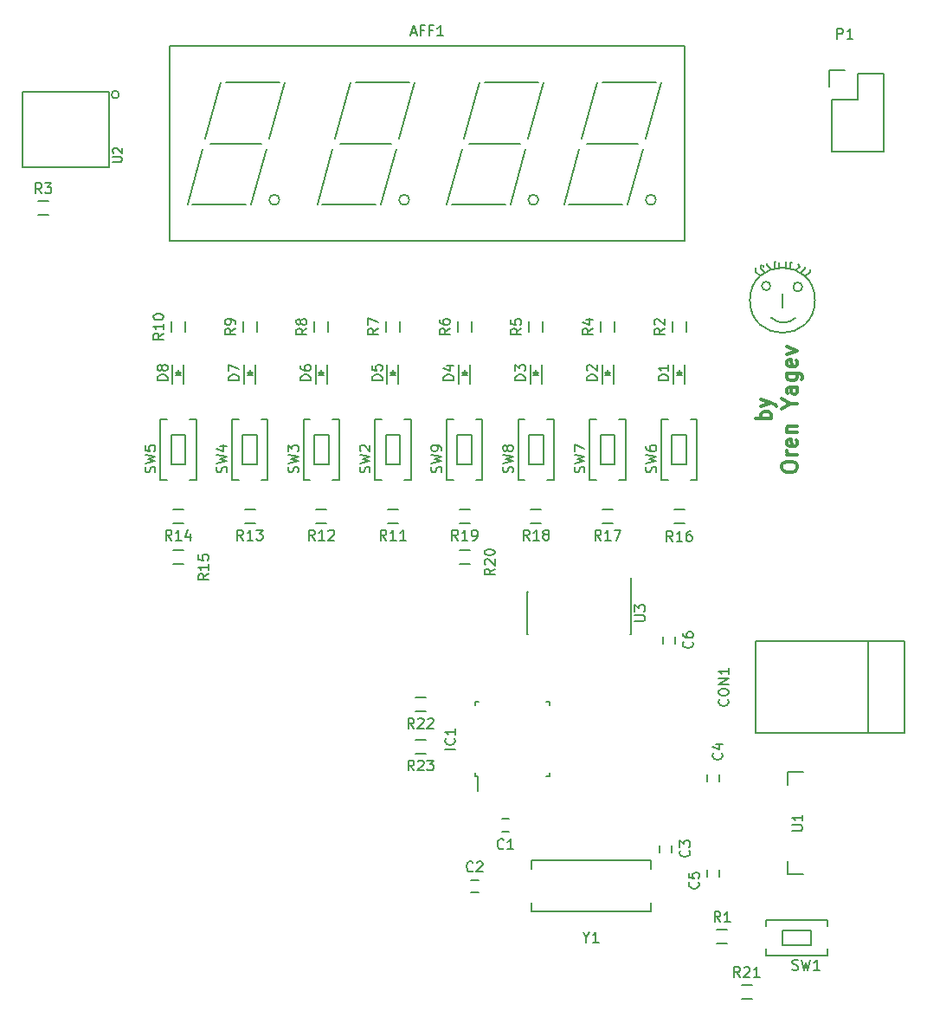
<source format=gto>
G04 #@! TF.FileFunction,Legend,Top*
%FSLAX46Y46*%
G04 Gerber Fmt 4.6, Leading zero omitted, Abs format (unit mm)*
G04 Created by KiCad (PCBNEW 4.0.4-stable) date 11/18/16 12:36:53*
%MOMM*%
%LPD*%
G01*
G04 APERTURE LIST*
%ADD10C,0.100000*%
%ADD11C,0.300000*%
%ADD12C,0.200000*%
%ADD13C,0.150000*%
%ADD14C,0.152400*%
G04 APERTURE END LIST*
D10*
D11*
X165003571Y-84792857D02*
X163503571Y-84792857D01*
X164075000Y-84792857D02*
X164003571Y-84650000D01*
X164003571Y-84364286D01*
X164075000Y-84221429D01*
X164146429Y-84150000D01*
X164289286Y-84078571D01*
X164717857Y-84078571D01*
X164860714Y-84150000D01*
X164932143Y-84221429D01*
X165003571Y-84364286D01*
X165003571Y-84650000D01*
X164932143Y-84792857D01*
X164003571Y-83578571D02*
X165003571Y-83221428D01*
X164003571Y-82864286D02*
X165003571Y-83221428D01*
X165360714Y-83364286D01*
X165432143Y-83435714D01*
X165503571Y-83578571D01*
X166053571Y-89614285D02*
X166053571Y-89328571D01*
X166125000Y-89185713D01*
X166267857Y-89042856D01*
X166553571Y-88971428D01*
X167053571Y-88971428D01*
X167339286Y-89042856D01*
X167482143Y-89185713D01*
X167553571Y-89328571D01*
X167553571Y-89614285D01*
X167482143Y-89757142D01*
X167339286Y-89899999D01*
X167053571Y-89971428D01*
X166553571Y-89971428D01*
X166267857Y-89899999D01*
X166125000Y-89757142D01*
X166053571Y-89614285D01*
X167553571Y-88328570D02*
X166553571Y-88328570D01*
X166839286Y-88328570D02*
X166696429Y-88257142D01*
X166625000Y-88185713D01*
X166553571Y-88042856D01*
X166553571Y-87899999D01*
X167482143Y-86828571D02*
X167553571Y-86971428D01*
X167553571Y-87257142D01*
X167482143Y-87399999D01*
X167339286Y-87471428D01*
X166767857Y-87471428D01*
X166625000Y-87399999D01*
X166553571Y-87257142D01*
X166553571Y-86971428D01*
X166625000Y-86828571D01*
X166767857Y-86757142D01*
X166910714Y-86757142D01*
X167053571Y-87471428D01*
X166553571Y-86114285D02*
X167553571Y-86114285D01*
X166696429Y-86114285D02*
X166625000Y-86042857D01*
X166553571Y-85899999D01*
X166553571Y-85685714D01*
X166625000Y-85542857D01*
X166767857Y-85471428D01*
X167553571Y-85471428D01*
X166839286Y-83328571D02*
X167553571Y-83328571D01*
X166053571Y-83828571D02*
X166839286Y-83328571D01*
X166053571Y-82828571D01*
X167553571Y-81685714D02*
X166767857Y-81685714D01*
X166625000Y-81757143D01*
X166553571Y-81900000D01*
X166553571Y-82185714D01*
X166625000Y-82328571D01*
X167482143Y-81685714D02*
X167553571Y-81828571D01*
X167553571Y-82185714D01*
X167482143Y-82328571D01*
X167339286Y-82400000D01*
X167196429Y-82400000D01*
X167053571Y-82328571D01*
X166982143Y-82185714D01*
X166982143Y-81828571D01*
X166910714Y-81685714D01*
X166553571Y-80328571D02*
X167767857Y-80328571D01*
X167910714Y-80400000D01*
X167982143Y-80471428D01*
X168053571Y-80614285D01*
X168053571Y-80828571D01*
X167982143Y-80971428D01*
X167482143Y-80328571D02*
X167553571Y-80471428D01*
X167553571Y-80757142D01*
X167482143Y-80900000D01*
X167410714Y-80971428D01*
X167267857Y-81042857D01*
X166839286Y-81042857D01*
X166696429Y-80971428D01*
X166625000Y-80900000D01*
X166553571Y-80757142D01*
X166553571Y-80471428D01*
X166625000Y-80328571D01*
X167482143Y-79042857D02*
X167553571Y-79185714D01*
X167553571Y-79471428D01*
X167482143Y-79614285D01*
X167339286Y-79685714D01*
X166767857Y-79685714D01*
X166625000Y-79614285D01*
X166553571Y-79471428D01*
X166553571Y-79185714D01*
X166625000Y-79042857D01*
X166767857Y-78971428D01*
X166910714Y-78971428D01*
X167053571Y-79685714D01*
X166553571Y-78471428D02*
X167553571Y-78114285D01*
X166553571Y-77757143D01*
D12*
X163500000Y-70400000D02*
X163500000Y-70000000D01*
X163900000Y-70800000D02*
X163500000Y-70400000D01*
X164000000Y-69800000D02*
X164100000Y-69800000D01*
X164000000Y-70100000D02*
X164000000Y-69800000D01*
X164400000Y-70500000D02*
X164000000Y-70100000D01*
X168800000Y-70400000D02*
X168800000Y-70200000D01*
X168300000Y-70900000D02*
X168800000Y-70400000D01*
X168300000Y-70100000D02*
X168300000Y-69900000D01*
X167900000Y-70500000D02*
X168300000Y-70100000D01*
X167600000Y-69700000D02*
X167700000Y-69700000D01*
X167800000Y-69900000D02*
X167600000Y-69700000D01*
X167400000Y-70300000D02*
X167800000Y-69900000D01*
X166900000Y-69500000D02*
X167000000Y-69500000D01*
X166900000Y-70100000D02*
X166900000Y-69500000D01*
X166400000Y-70000000D02*
X166400000Y-69400000D01*
X165800000Y-70000000D02*
X165800000Y-69500000D01*
X165300000Y-69400000D02*
X165400000Y-69400000D01*
X165300000Y-70100000D02*
X165300000Y-69400000D01*
X164600000Y-69800000D02*
X164600000Y-69600000D01*
X165000000Y-70200000D02*
X164600000Y-69800000D01*
X164200000Y-69900000D02*
X164200000Y-69800000D01*
X165000000Y-74900000D02*
G75*
G03X167400000Y-74900000I1200000J1200000D01*
G01*
X166100000Y-73800000D02*
X166100000Y-73900000D01*
X166100000Y-72600000D02*
X166100000Y-73800000D01*
X168047214Y-71900000D02*
G75*
G03X168047214Y-71900000I-447214J0D01*
G01*
X164924264Y-71800000D02*
G75*
G03X164924264Y-71800000I-424264J0D01*
G01*
X169282766Y-73200000D02*
G75*
G03X169282766Y-73200000I-3182766J0D01*
G01*
D13*
X156500000Y-67380000D02*
X106200000Y-67380000D01*
X106200000Y-67380000D02*
X106200000Y-48380000D01*
X106200000Y-48380000D02*
X156500000Y-48380000D01*
X156500000Y-48380000D02*
X156500000Y-67380000D01*
X146980000Y-57880000D02*
X151980000Y-57880000D01*
X145230000Y-63880000D02*
X150480000Y-63880000D01*
X152730000Y-57380000D02*
X154230000Y-51880000D01*
X150980000Y-63880000D02*
X152480000Y-58380000D01*
X146480000Y-57380000D02*
X147980000Y-51880000D01*
X144730000Y-63880000D02*
X146230000Y-58380000D01*
X148480000Y-51880000D02*
X153730000Y-51880000D01*
X110150000Y-57880000D02*
X115150000Y-57880000D01*
X108400000Y-63880000D02*
X113650000Y-63880000D01*
X115900000Y-57380000D02*
X117400000Y-51880000D01*
X114150000Y-63880000D02*
X115650000Y-58380000D01*
X109650000Y-57380000D02*
X111150000Y-51880000D01*
X107900000Y-63880000D02*
X109400000Y-58380000D01*
X111650000Y-51880000D02*
X116900000Y-51880000D01*
X124350000Y-51880000D02*
X129600000Y-51880000D01*
X120600000Y-63880000D02*
X122100000Y-58380000D01*
X122350000Y-57380000D02*
X123850000Y-51880000D01*
X126850000Y-63880000D02*
X128350000Y-58380000D01*
X128600000Y-57380000D02*
X130100000Y-51880000D01*
X121100000Y-63880000D02*
X126350000Y-63880000D01*
X122850000Y-57880000D02*
X127850000Y-57880000D01*
X141235000Y-57380000D02*
X142735000Y-51880000D01*
X136985000Y-51880000D02*
X142235000Y-51880000D01*
X134985000Y-57380000D02*
X136485000Y-51880000D01*
X135485000Y-57880000D02*
X140485000Y-57880000D01*
X133735000Y-63880000D02*
X138985000Y-63880000D01*
X133235000Y-63880000D02*
X134735000Y-58380000D01*
X139485000Y-63880000D02*
X140985000Y-58380000D01*
X153730000Y-63380000D02*
G75*
G03X153730000Y-63380000I-500000J0D01*
G01*
X116900000Y-63380000D02*
G75*
G03X116900000Y-63380000I-500000J0D01*
G01*
X142235000Y-63380000D02*
G75*
G03X142235000Y-63380000I-500000J0D01*
G01*
X129600000Y-63380000D02*
G75*
G03X129600000Y-63380000I-500000J0D01*
G01*
X139350000Y-125100000D02*
X138650000Y-125100000D01*
X138650000Y-123900000D02*
X139350000Y-123900000D01*
X135650000Y-129900000D02*
X136350000Y-129900000D01*
X136350000Y-131100000D02*
X135650000Y-131100000D01*
X155300000Y-126450000D02*
X155300000Y-127150000D01*
X154100000Y-127150000D02*
X154100000Y-126450000D01*
X159900000Y-119550000D02*
X159900000Y-120250000D01*
X158700000Y-120250000D02*
X158700000Y-119550000D01*
X158700000Y-129550000D02*
X158700000Y-128850000D01*
X159900000Y-128850000D02*
X159900000Y-129550000D01*
X155600000Y-106050000D02*
X155600000Y-106750000D01*
X154400000Y-106750000D02*
X154400000Y-106050000D01*
X174500500Y-115500880D02*
X174500500Y-106499120D01*
X178000620Y-115500880D02*
X178000620Y-106499120D01*
X178000620Y-106499120D02*
X163499760Y-106499120D01*
X163499760Y-106499120D02*
X163499760Y-115500880D01*
X163499760Y-115500880D02*
X178000620Y-115500880D01*
X156550000Y-81400000D02*
X156550000Y-79500000D01*
X155450000Y-81400000D02*
X155450000Y-79500000D01*
X156000000Y-80500000D02*
X156000000Y-80050000D01*
X155750000Y-80550000D02*
X156250000Y-80550000D01*
X156000000Y-80550000D02*
X155750000Y-80300000D01*
X155750000Y-80300000D02*
X156250000Y-80300000D01*
X156250000Y-80300000D02*
X156000000Y-80550000D01*
X149550000Y-81400000D02*
X149550000Y-79500000D01*
X148450000Y-81400000D02*
X148450000Y-79500000D01*
X149000000Y-80500000D02*
X149000000Y-80050000D01*
X148750000Y-80550000D02*
X149250000Y-80550000D01*
X149000000Y-80550000D02*
X148750000Y-80300000D01*
X148750000Y-80300000D02*
X149250000Y-80300000D01*
X149250000Y-80300000D02*
X149000000Y-80550000D01*
X142550000Y-81400000D02*
X142550000Y-79500000D01*
X141450000Y-81400000D02*
X141450000Y-79500000D01*
X142000000Y-80500000D02*
X142000000Y-80050000D01*
X141750000Y-80550000D02*
X142250000Y-80550000D01*
X142000000Y-80550000D02*
X141750000Y-80300000D01*
X141750000Y-80300000D02*
X142250000Y-80300000D01*
X142250000Y-80300000D02*
X142000000Y-80550000D01*
X135550000Y-81400000D02*
X135550000Y-79500000D01*
X134450000Y-81400000D02*
X134450000Y-79500000D01*
X135000000Y-80500000D02*
X135000000Y-80050000D01*
X134750000Y-80550000D02*
X135250000Y-80550000D01*
X135000000Y-80550000D02*
X134750000Y-80300000D01*
X134750000Y-80300000D02*
X135250000Y-80300000D01*
X135250000Y-80300000D02*
X135000000Y-80550000D01*
X128550000Y-81400000D02*
X128550000Y-79500000D01*
X127450000Y-81400000D02*
X127450000Y-79500000D01*
X128000000Y-80500000D02*
X128000000Y-80050000D01*
X127750000Y-80550000D02*
X128250000Y-80550000D01*
X128000000Y-80550000D02*
X127750000Y-80300000D01*
X127750000Y-80300000D02*
X128250000Y-80300000D01*
X128250000Y-80300000D02*
X128000000Y-80550000D01*
X121550000Y-81400000D02*
X121550000Y-79500000D01*
X120450000Y-81400000D02*
X120450000Y-79500000D01*
X121000000Y-80500000D02*
X121000000Y-80050000D01*
X120750000Y-80550000D02*
X121250000Y-80550000D01*
X121000000Y-80550000D02*
X120750000Y-80300000D01*
X120750000Y-80300000D02*
X121250000Y-80300000D01*
X121250000Y-80300000D02*
X121000000Y-80550000D01*
X114550000Y-81400000D02*
X114550000Y-79500000D01*
X113450000Y-81400000D02*
X113450000Y-79500000D01*
X114000000Y-80500000D02*
X114000000Y-80050000D01*
X113750000Y-80550000D02*
X114250000Y-80550000D01*
X114000000Y-80550000D02*
X113750000Y-80300000D01*
X113750000Y-80300000D02*
X114250000Y-80300000D01*
X114250000Y-80300000D02*
X114000000Y-80550000D01*
X107550000Y-81400000D02*
X107550000Y-79500000D01*
X106450000Y-81400000D02*
X106450000Y-79500000D01*
X107000000Y-80500000D02*
X107000000Y-80050000D01*
X106750000Y-80550000D02*
X107250000Y-80550000D01*
X107000000Y-80550000D02*
X106750000Y-80300000D01*
X106750000Y-80300000D02*
X107250000Y-80300000D01*
X107250000Y-80300000D02*
X107000000Y-80550000D01*
X136075000Y-119725000D02*
X136300000Y-119725000D01*
X136075000Y-112475000D02*
X136400000Y-112475000D01*
X143325000Y-112475000D02*
X143000000Y-112475000D01*
X143325000Y-119725000D02*
X143000000Y-119725000D01*
X136075000Y-119725000D02*
X136075000Y-119400000D01*
X143325000Y-119725000D02*
X143325000Y-119400000D01*
X143325000Y-112475000D02*
X143325000Y-112800000D01*
X136075000Y-112475000D02*
X136075000Y-112800000D01*
X136300000Y-119725000D02*
X136300000Y-121150000D01*
X170930000Y-53570000D02*
X170930000Y-58650000D01*
X170650000Y-50750000D02*
X172200000Y-50750000D01*
X173470000Y-51030000D02*
X173470000Y-53570000D01*
X173470000Y-53570000D02*
X170930000Y-53570000D01*
X170930000Y-58650000D02*
X176010000Y-58650000D01*
X176010000Y-58650000D02*
X176010000Y-53570000D01*
X170650000Y-50750000D02*
X170650000Y-52300000D01*
X176010000Y-51030000D02*
X173470000Y-51030000D01*
X176010000Y-53570000D02*
X176010000Y-51030000D01*
X160700000Y-136075000D02*
X159700000Y-136075000D01*
X159700000Y-134725000D02*
X160700000Y-134725000D01*
X156675000Y-75300000D02*
X156675000Y-76300000D01*
X155325000Y-76300000D02*
X155325000Y-75300000D01*
X94300000Y-64875000D02*
X93300000Y-64875000D01*
X93300000Y-63525000D02*
X94300000Y-63525000D01*
X149675000Y-75300000D02*
X149675000Y-76300000D01*
X148325000Y-76300000D02*
X148325000Y-75300000D01*
X142675000Y-75300000D02*
X142675000Y-76300000D01*
X141325000Y-76300000D02*
X141325000Y-75300000D01*
X135675000Y-75300000D02*
X135675000Y-76300000D01*
X134325000Y-76300000D02*
X134325000Y-75300000D01*
X128675000Y-75300000D02*
X128675000Y-76300000D01*
X127325000Y-76300000D02*
X127325000Y-75300000D01*
X121675000Y-75300000D02*
X121675000Y-76300000D01*
X120325000Y-76300000D02*
X120325000Y-75300000D01*
X114675000Y-75300000D02*
X114675000Y-76300000D01*
X113325000Y-76300000D02*
X113325000Y-75300000D01*
X107675000Y-75300000D02*
X107675000Y-76300000D01*
X106325000Y-76300000D02*
X106325000Y-75300000D01*
X127500000Y-93625000D02*
X128500000Y-93625000D01*
X128500000Y-94975000D02*
X127500000Y-94975000D01*
X120500000Y-93625000D02*
X121500000Y-93625000D01*
X121500000Y-94975000D02*
X120500000Y-94975000D01*
X113500000Y-93625000D02*
X114500000Y-93625000D01*
X114500000Y-94975000D02*
X113500000Y-94975000D01*
X106500000Y-93625000D02*
X107500000Y-93625000D01*
X107500000Y-94975000D02*
X106500000Y-94975000D01*
X107500000Y-98975000D02*
X106500000Y-98975000D01*
X106500000Y-97625000D02*
X107500000Y-97625000D01*
X155500000Y-93625000D02*
X156500000Y-93625000D01*
X156500000Y-94975000D02*
X155500000Y-94975000D01*
X148500000Y-93625000D02*
X149500000Y-93625000D01*
X149500000Y-94975000D02*
X148500000Y-94975000D01*
X141500000Y-93625000D02*
X142500000Y-93625000D01*
X142500000Y-94975000D02*
X141500000Y-94975000D01*
X134500000Y-93625000D02*
X135500000Y-93625000D01*
X135500000Y-94975000D02*
X134500000Y-94975000D01*
X135500000Y-98975000D02*
X134500000Y-98975000D01*
X134500000Y-97625000D02*
X135500000Y-97625000D01*
X163100000Y-141475000D02*
X162100000Y-141475000D01*
X162100000Y-140125000D02*
X163100000Y-140125000D01*
X130200000Y-112025000D02*
X131200000Y-112025000D01*
X131200000Y-113375000D02*
X130200000Y-113375000D01*
X130200000Y-116125000D02*
X131200000Y-116125000D01*
X131200000Y-117475000D02*
X130200000Y-117475000D01*
X168900000Y-136200000D02*
X166100000Y-136200000D01*
X166100000Y-136200000D02*
X166100000Y-134800000D01*
X166100000Y-134800000D02*
X168900000Y-134800000D01*
X168900000Y-134800000D02*
X168900000Y-136200000D01*
X164500000Y-137250000D02*
X164500000Y-136600000D01*
X164500000Y-133750000D02*
X164500000Y-134400000D01*
X170500000Y-134400000D02*
X170500000Y-133750000D01*
X170500000Y-137250000D02*
X170500000Y-136600000D01*
X164500000Y-137250000D02*
X170500000Y-137250000D01*
X170500000Y-133750000D02*
X164500000Y-133750000D01*
X127300000Y-89200000D02*
X127300000Y-86400000D01*
X127300000Y-86400000D02*
X128700000Y-86400000D01*
X128700000Y-86400000D02*
X128700000Y-89200000D01*
X128700000Y-89200000D02*
X127300000Y-89200000D01*
X126250000Y-84800000D02*
X126900000Y-84800000D01*
X129750000Y-84800000D02*
X129100000Y-84800000D01*
X129100000Y-90800000D02*
X129750000Y-90800000D01*
X126250000Y-90800000D02*
X126900000Y-90800000D01*
X126250000Y-84800000D02*
X126250000Y-90800000D01*
X129750000Y-90800000D02*
X129750000Y-84800000D01*
X120300000Y-89200000D02*
X120300000Y-86400000D01*
X120300000Y-86400000D02*
X121700000Y-86400000D01*
X121700000Y-86400000D02*
X121700000Y-89200000D01*
X121700000Y-89200000D02*
X120300000Y-89200000D01*
X119250000Y-84800000D02*
X119900000Y-84800000D01*
X122750000Y-84800000D02*
X122100000Y-84800000D01*
X122100000Y-90800000D02*
X122750000Y-90800000D01*
X119250000Y-90800000D02*
X119900000Y-90800000D01*
X119250000Y-84800000D02*
X119250000Y-90800000D01*
X122750000Y-90800000D02*
X122750000Y-84800000D01*
X113300000Y-89200000D02*
X113300000Y-86400000D01*
X113300000Y-86400000D02*
X114700000Y-86400000D01*
X114700000Y-86400000D02*
X114700000Y-89200000D01*
X114700000Y-89200000D02*
X113300000Y-89200000D01*
X112250000Y-84800000D02*
X112900000Y-84800000D01*
X115750000Y-84800000D02*
X115100000Y-84800000D01*
X115100000Y-90800000D02*
X115750000Y-90800000D01*
X112250000Y-90800000D02*
X112900000Y-90800000D01*
X112250000Y-84800000D02*
X112250000Y-90800000D01*
X115750000Y-90800000D02*
X115750000Y-84800000D01*
X106300000Y-89200000D02*
X106300000Y-86400000D01*
X106300000Y-86400000D02*
X107700000Y-86400000D01*
X107700000Y-86400000D02*
X107700000Y-89200000D01*
X107700000Y-89200000D02*
X106300000Y-89200000D01*
X105250000Y-84800000D02*
X105900000Y-84800000D01*
X108750000Y-84800000D02*
X108100000Y-84800000D01*
X108100000Y-90800000D02*
X108750000Y-90800000D01*
X105250000Y-90800000D02*
X105900000Y-90800000D01*
X105250000Y-84800000D02*
X105250000Y-90800000D01*
X108750000Y-90800000D02*
X108750000Y-84800000D01*
X155300000Y-89200000D02*
X155300000Y-86400000D01*
X155300000Y-86400000D02*
X156700000Y-86400000D01*
X156700000Y-86400000D02*
X156700000Y-89200000D01*
X156700000Y-89200000D02*
X155300000Y-89200000D01*
X154250000Y-84800000D02*
X154900000Y-84800000D01*
X157750000Y-84800000D02*
X157100000Y-84800000D01*
X157100000Y-90800000D02*
X157750000Y-90800000D01*
X154250000Y-90800000D02*
X154900000Y-90800000D01*
X154250000Y-84800000D02*
X154250000Y-90800000D01*
X157750000Y-90800000D02*
X157750000Y-84800000D01*
X148300000Y-89200000D02*
X148300000Y-86400000D01*
X148300000Y-86400000D02*
X149700000Y-86400000D01*
X149700000Y-86400000D02*
X149700000Y-89200000D01*
X149700000Y-89200000D02*
X148300000Y-89200000D01*
X147250000Y-84800000D02*
X147900000Y-84800000D01*
X150750000Y-84800000D02*
X150100000Y-84800000D01*
X150100000Y-90800000D02*
X150750000Y-90800000D01*
X147250000Y-90800000D02*
X147900000Y-90800000D01*
X147250000Y-84800000D02*
X147250000Y-90800000D01*
X150750000Y-90800000D02*
X150750000Y-84800000D01*
X141300000Y-89200000D02*
X141300000Y-86400000D01*
X141300000Y-86400000D02*
X142700000Y-86400000D01*
X142700000Y-86400000D02*
X142700000Y-89200000D01*
X142700000Y-89200000D02*
X141300000Y-89200000D01*
X140250000Y-84800000D02*
X140900000Y-84800000D01*
X143750000Y-84800000D02*
X143100000Y-84800000D01*
X143100000Y-90800000D02*
X143750000Y-90800000D01*
X140250000Y-90800000D02*
X140900000Y-90800000D01*
X140250000Y-84800000D02*
X140250000Y-90800000D01*
X143750000Y-90800000D02*
X143750000Y-84800000D01*
X134300000Y-89200000D02*
X134300000Y-86400000D01*
X134300000Y-86400000D02*
X135700000Y-86400000D01*
X135700000Y-86400000D02*
X135700000Y-89200000D01*
X135700000Y-89200000D02*
X134300000Y-89200000D01*
X133250000Y-84800000D02*
X133900000Y-84800000D01*
X136750000Y-84800000D02*
X136100000Y-84800000D01*
X136100000Y-90800000D02*
X136750000Y-90800000D01*
X133250000Y-90800000D02*
X133900000Y-90800000D01*
X133250000Y-84800000D02*
X133250000Y-90800000D01*
X136750000Y-90800000D02*
X136750000Y-84800000D01*
X166600000Y-129300000D02*
X166600000Y-128050000D01*
X166600000Y-129300000D02*
X168100000Y-129300000D01*
X166600000Y-119300000D02*
X168100000Y-119300000D01*
X166600000Y-119300000D02*
X166600000Y-120550000D01*
X101208782Y-53100000D02*
G75*
G03X101208782Y-53100000I-368782J0D01*
G01*
X100202500Y-60210000D02*
X100202500Y-52790000D01*
X100202500Y-52790000D02*
X91797500Y-52790000D01*
X91797500Y-52790000D02*
X91797500Y-60210000D01*
X91797500Y-60210000D02*
X100202500Y-60210000D01*
X151275000Y-101725000D02*
X151250000Y-101725000D01*
X151275000Y-105875000D02*
X151170000Y-105875000D01*
X141125000Y-105875000D02*
X141230000Y-105875000D01*
X141125000Y-101725000D02*
X141230000Y-101725000D01*
X151275000Y-101725000D02*
X151275000Y-105875000D01*
X141125000Y-101725000D02*
X141125000Y-105875000D01*
X151250000Y-101725000D02*
X151250000Y-100350000D01*
X153249620Y-127900640D02*
X141550380Y-127900640D01*
X141550380Y-132899360D02*
X153249620Y-132899360D01*
X141550380Y-127900640D02*
X141550380Y-128749000D01*
X141550380Y-132899360D02*
X141550380Y-132051000D01*
X153249620Y-127900640D02*
X153249620Y-128749000D01*
X153249620Y-132899360D02*
X153249620Y-132051000D01*
X129778571Y-47046667D02*
X130254762Y-47046667D01*
X129683333Y-47332381D02*
X130016666Y-46332381D01*
X130350000Y-47332381D01*
X131016667Y-46808571D02*
X130683333Y-46808571D01*
X130683333Y-47332381D02*
X130683333Y-46332381D01*
X131159524Y-46332381D01*
X131873810Y-46808571D02*
X131540476Y-46808571D01*
X131540476Y-47332381D02*
X131540476Y-46332381D01*
X132016667Y-46332381D01*
X132921429Y-47332381D02*
X132350000Y-47332381D01*
X132635714Y-47332381D02*
X132635714Y-46332381D01*
X132540476Y-46475238D01*
X132445238Y-46570476D01*
X132350000Y-46618095D01*
X138833334Y-126757143D02*
X138785715Y-126804762D01*
X138642858Y-126852381D01*
X138547620Y-126852381D01*
X138404762Y-126804762D01*
X138309524Y-126709524D01*
X138261905Y-126614286D01*
X138214286Y-126423810D01*
X138214286Y-126280952D01*
X138261905Y-126090476D01*
X138309524Y-125995238D01*
X138404762Y-125900000D01*
X138547620Y-125852381D01*
X138642858Y-125852381D01*
X138785715Y-125900000D01*
X138833334Y-125947619D01*
X139785715Y-126852381D02*
X139214286Y-126852381D01*
X139500000Y-126852381D02*
X139500000Y-125852381D01*
X139404762Y-125995238D01*
X139309524Y-126090476D01*
X139214286Y-126138095D01*
X135833334Y-128957143D02*
X135785715Y-129004762D01*
X135642858Y-129052381D01*
X135547620Y-129052381D01*
X135404762Y-129004762D01*
X135309524Y-128909524D01*
X135261905Y-128814286D01*
X135214286Y-128623810D01*
X135214286Y-128480952D01*
X135261905Y-128290476D01*
X135309524Y-128195238D01*
X135404762Y-128100000D01*
X135547620Y-128052381D01*
X135642858Y-128052381D01*
X135785715Y-128100000D01*
X135833334Y-128147619D01*
X136214286Y-128147619D02*
X136261905Y-128100000D01*
X136357143Y-128052381D01*
X136595239Y-128052381D01*
X136690477Y-128100000D01*
X136738096Y-128147619D01*
X136785715Y-128242857D01*
X136785715Y-128338095D01*
X136738096Y-128480952D01*
X136166667Y-129052381D01*
X136785715Y-129052381D01*
X156957143Y-126966666D02*
X157004762Y-127014285D01*
X157052381Y-127157142D01*
X157052381Y-127252380D01*
X157004762Y-127395238D01*
X156909524Y-127490476D01*
X156814286Y-127538095D01*
X156623810Y-127585714D01*
X156480952Y-127585714D01*
X156290476Y-127538095D01*
X156195238Y-127490476D01*
X156100000Y-127395238D01*
X156052381Y-127252380D01*
X156052381Y-127157142D01*
X156100000Y-127014285D01*
X156147619Y-126966666D01*
X156052381Y-126633333D02*
X156052381Y-126014285D01*
X156433333Y-126347619D01*
X156433333Y-126204761D01*
X156480952Y-126109523D01*
X156528571Y-126061904D01*
X156623810Y-126014285D01*
X156861905Y-126014285D01*
X156957143Y-126061904D01*
X157004762Y-126109523D01*
X157052381Y-126204761D01*
X157052381Y-126490476D01*
X157004762Y-126585714D01*
X156957143Y-126633333D01*
X160157143Y-117466666D02*
X160204762Y-117514285D01*
X160252381Y-117657142D01*
X160252381Y-117752380D01*
X160204762Y-117895238D01*
X160109524Y-117990476D01*
X160014286Y-118038095D01*
X159823810Y-118085714D01*
X159680952Y-118085714D01*
X159490476Y-118038095D01*
X159395238Y-117990476D01*
X159300000Y-117895238D01*
X159252381Y-117752380D01*
X159252381Y-117657142D01*
X159300000Y-117514285D01*
X159347619Y-117466666D01*
X159585714Y-116609523D02*
X160252381Y-116609523D01*
X159204762Y-116847619D02*
X159919048Y-117085714D01*
X159919048Y-116466666D01*
X157857143Y-130066666D02*
X157904762Y-130114285D01*
X157952381Y-130257142D01*
X157952381Y-130352380D01*
X157904762Y-130495238D01*
X157809524Y-130590476D01*
X157714286Y-130638095D01*
X157523810Y-130685714D01*
X157380952Y-130685714D01*
X157190476Y-130638095D01*
X157095238Y-130590476D01*
X157000000Y-130495238D01*
X156952381Y-130352380D01*
X156952381Y-130257142D01*
X157000000Y-130114285D01*
X157047619Y-130066666D01*
X156952381Y-129161904D02*
X156952381Y-129638095D01*
X157428571Y-129685714D01*
X157380952Y-129638095D01*
X157333333Y-129542857D01*
X157333333Y-129304761D01*
X157380952Y-129209523D01*
X157428571Y-129161904D01*
X157523810Y-129114285D01*
X157761905Y-129114285D01*
X157857143Y-129161904D01*
X157904762Y-129209523D01*
X157952381Y-129304761D01*
X157952381Y-129542857D01*
X157904762Y-129638095D01*
X157857143Y-129685714D01*
X157257143Y-106566666D02*
X157304762Y-106614285D01*
X157352381Y-106757142D01*
X157352381Y-106852380D01*
X157304762Y-106995238D01*
X157209524Y-107090476D01*
X157114286Y-107138095D01*
X156923810Y-107185714D01*
X156780952Y-107185714D01*
X156590476Y-107138095D01*
X156495238Y-107090476D01*
X156400000Y-106995238D01*
X156352381Y-106852380D01*
X156352381Y-106757142D01*
X156400000Y-106614285D01*
X156447619Y-106566666D01*
X156352381Y-105709523D02*
X156352381Y-105900000D01*
X156400000Y-105995238D01*
X156447619Y-106042857D01*
X156590476Y-106138095D01*
X156780952Y-106185714D01*
X157161905Y-106185714D01*
X157257143Y-106138095D01*
X157304762Y-106090476D01*
X157352381Y-105995238D01*
X157352381Y-105804761D01*
X157304762Y-105709523D01*
X157257143Y-105661904D01*
X157161905Y-105614285D01*
X156923810Y-105614285D01*
X156828571Y-105661904D01*
X156780952Y-105709523D01*
X156733333Y-105804761D01*
X156733333Y-105995238D01*
X156780952Y-106090476D01*
X156828571Y-106138095D01*
X156923810Y-106185714D01*
X160758103Y-112214285D02*
X160805722Y-112261904D01*
X160853341Y-112404761D01*
X160853341Y-112499999D01*
X160805722Y-112642857D01*
X160710484Y-112738095D01*
X160615246Y-112785714D01*
X160424770Y-112833333D01*
X160281912Y-112833333D01*
X160091436Y-112785714D01*
X159996198Y-112738095D01*
X159900960Y-112642857D01*
X159853341Y-112499999D01*
X159853341Y-112404761D01*
X159900960Y-112261904D01*
X159948579Y-112214285D01*
X159853341Y-111595238D02*
X159853341Y-111404761D01*
X159900960Y-111309523D01*
X159996198Y-111214285D01*
X160186674Y-111166666D01*
X160520008Y-111166666D01*
X160710484Y-111214285D01*
X160805722Y-111309523D01*
X160853341Y-111404761D01*
X160853341Y-111595238D01*
X160805722Y-111690476D01*
X160710484Y-111785714D01*
X160520008Y-111833333D01*
X160186674Y-111833333D01*
X159996198Y-111785714D01*
X159900960Y-111690476D01*
X159853341Y-111595238D01*
X160853341Y-110738095D02*
X159853341Y-110738095D01*
X160853341Y-110166666D01*
X159853341Y-110166666D01*
X160853341Y-109166666D02*
X160853341Y-109738095D01*
X160853341Y-109452381D02*
X159853341Y-109452381D01*
X159996198Y-109547619D01*
X160091436Y-109642857D01*
X160139055Y-109738095D01*
X154952381Y-81038095D02*
X153952381Y-81038095D01*
X153952381Y-80800000D01*
X154000000Y-80657142D01*
X154095238Y-80561904D01*
X154190476Y-80514285D01*
X154380952Y-80466666D01*
X154523810Y-80466666D01*
X154714286Y-80514285D01*
X154809524Y-80561904D01*
X154904762Y-80657142D01*
X154952381Y-80800000D01*
X154952381Y-81038095D01*
X154952381Y-79514285D02*
X154952381Y-80085714D01*
X154952381Y-79800000D02*
X153952381Y-79800000D01*
X154095238Y-79895238D01*
X154190476Y-79990476D01*
X154238095Y-80085714D01*
X147952381Y-81038095D02*
X146952381Y-81038095D01*
X146952381Y-80800000D01*
X147000000Y-80657142D01*
X147095238Y-80561904D01*
X147190476Y-80514285D01*
X147380952Y-80466666D01*
X147523810Y-80466666D01*
X147714286Y-80514285D01*
X147809524Y-80561904D01*
X147904762Y-80657142D01*
X147952381Y-80800000D01*
X147952381Y-81038095D01*
X147047619Y-80085714D02*
X147000000Y-80038095D01*
X146952381Y-79942857D01*
X146952381Y-79704761D01*
X147000000Y-79609523D01*
X147047619Y-79561904D01*
X147142857Y-79514285D01*
X147238095Y-79514285D01*
X147380952Y-79561904D01*
X147952381Y-80133333D01*
X147952381Y-79514285D01*
X140952381Y-81038095D02*
X139952381Y-81038095D01*
X139952381Y-80800000D01*
X140000000Y-80657142D01*
X140095238Y-80561904D01*
X140190476Y-80514285D01*
X140380952Y-80466666D01*
X140523810Y-80466666D01*
X140714286Y-80514285D01*
X140809524Y-80561904D01*
X140904762Y-80657142D01*
X140952381Y-80800000D01*
X140952381Y-81038095D01*
X139952381Y-80133333D02*
X139952381Y-79514285D01*
X140333333Y-79847619D01*
X140333333Y-79704761D01*
X140380952Y-79609523D01*
X140428571Y-79561904D01*
X140523810Y-79514285D01*
X140761905Y-79514285D01*
X140857143Y-79561904D01*
X140904762Y-79609523D01*
X140952381Y-79704761D01*
X140952381Y-79990476D01*
X140904762Y-80085714D01*
X140857143Y-80133333D01*
X133952381Y-81038095D02*
X132952381Y-81038095D01*
X132952381Y-80800000D01*
X133000000Y-80657142D01*
X133095238Y-80561904D01*
X133190476Y-80514285D01*
X133380952Y-80466666D01*
X133523810Y-80466666D01*
X133714286Y-80514285D01*
X133809524Y-80561904D01*
X133904762Y-80657142D01*
X133952381Y-80800000D01*
X133952381Y-81038095D01*
X133285714Y-79609523D02*
X133952381Y-79609523D01*
X132904762Y-79847619D02*
X133619048Y-80085714D01*
X133619048Y-79466666D01*
X126952381Y-81038095D02*
X125952381Y-81038095D01*
X125952381Y-80800000D01*
X126000000Y-80657142D01*
X126095238Y-80561904D01*
X126190476Y-80514285D01*
X126380952Y-80466666D01*
X126523810Y-80466666D01*
X126714286Y-80514285D01*
X126809524Y-80561904D01*
X126904762Y-80657142D01*
X126952381Y-80800000D01*
X126952381Y-81038095D01*
X125952381Y-79561904D02*
X125952381Y-80038095D01*
X126428571Y-80085714D01*
X126380952Y-80038095D01*
X126333333Y-79942857D01*
X126333333Y-79704761D01*
X126380952Y-79609523D01*
X126428571Y-79561904D01*
X126523810Y-79514285D01*
X126761905Y-79514285D01*
X126857143Y-79561904D01*
X126904762Y-79609523D01*
X126952381Y-79704761D01*
X126952381Y-79942857D01*
X126904762Y-80038095D01*
X126857143Y-80085714D01*
X119952381Y-81038095D02*
X118952381Y-81038095D01*
X118952381Y-80800000D01*
X119000000Y-80657142D01*
X119095238Y-80561904D01*
X119190476Y-80514285D01*
X119380952Y-80466666D01*
X119523810Y-80466666D01*
X119714286Y-80514285D01*
X119809524Y-80561904D01*
X119904762Y-80657142D01*
X119952381Y-80800000D01*
X119952381Y-81038095D01*
X118952381Y-79609523D02*
X118952381Y-79800000D01*
X119000000Y-79895238D01*
X119047619Y-79942857D01*
X119190476Y-80038095D01*
X119380952Y-80085714D01*
X119761905Y-80085714D01*
X119857143Y-80038095D01*
X119904762Y-79990476D01*
X119952381Y-79895238D01*
X119952381Y-79704761D01*
X119904762Y-79609523D01*
X119857143Y-79561904D01*
X119761905Y-79514285D01*
X119523810Y-79514285D01*
X119428571Y-79561904D01*
X119380952Y-79609523D01*
X119333333Y-79704761D01*
X119333333Y-79895238D01*
X119380952Y-79990476D01*
X119428571Y-80038095D01*
X119523810Y-80085714D01*
X112952381Y-81038095D02*
X111952381Y-81038095D01*
X111952381Y-80800000D01*
X112000000Y-80657142D01*
X112095238Y-80561904D01*
X112190476Y-80514285D01*
X112380952Y-80466666D01*
X112523810Y-80466666D01*
X112714286Y-80514285D01*
X112809524Y-80561904D01*
X112904762Y-80657142D01*
X112952381Y-80800000D01*
X112952381Y-81038095D01*
X111952381Y-80133333D02*
X111952381Y-79466666D01*
X112952381Y-79895238D01*
X105952381Y-81038095D02*
X104952381Y-81038095D01*
X104952381Y-80800000D01*
X105000000Y-80657142D01*
X105095238Y-80561904D01*
X105190476Y-80514285D01*
X105380952Y-80466666D01*
X105523810Y-80466666D01*
X105714286Y-80514285D01*
X105809524Y-80561904D01*
X105904762Y-80657142D01*
X105952381Y-80800000D01*
X105952381Y-81038095D01*
X105380952Y-79895238D02*
X105333333Y-79990476D01*
X105285714Y-80038095D01*
X105190476Y-80085714D01*
X105142857Y-80085714D01*
X105047619Y-80038095D01*
X105000000Y-79990476D01*
X104952381Y-79895238D01*
X104952381Y-79704761D01*
X105000000Y-79609523D01*
X105047619Y-79561904D01*
X105142857Y-79514285D01*
X105190476Y-79514285D01*
X105285714Y-79561904D01*
X105333333Y-79609523D01*
X105380952Y-79704761D01*
X105380952Y-79895238D01*
X105428571Y-79990476D01*
X105476190Y-80038095D01*
X105571429Y-80085714D01*
X105761905Y-80085714D01*
X105857143Y-80038095D01*
X105904762Y-79990476D01*
X105952381Y-79895238D01*
X105952381Y-79704761D01*
X105904762Y-79609523D01*
X105857143Y-79561904D01*
X105761905Y-79514285D01*
X105571429Y-79514285D01*
X105476190Y-79561904D01*
X105428571Y-79609523D01*
X105380952Y-79704761D01*
X134102381Y-117076190D02*
X133102381Y-117076190D01*
X134007143Y-116028571D02*
X134054762Y-116076190D01*
X134102381Y-116219047D01*
X134102381Y-116314285D01*
X134054762Y-116457143D01*
X133959524Y-116552381D01*
X133864286Y-116600000D01*
X133673810Y-116647619D01*
X133530952Y-116647619D01*
X133340476Y-116600000D01*
X133245238Y-116552381D01*
X133150000Y-116457143D01*
X133102381Y-116314285D01*
X133102381Y-116219047D01*
X133150000Y-116076190D01*
X133197619Y-116028571D01*
X134102381Y-115076190D02*
X134102381Y-115647619D01*
X134102381Y-115361905D02*
X133102381Y-115361905D01*
X133245238Y-115457143D01*
X133340476Y-115552381D01*
X133388095Y-115647619D01*
X171461905Y-47652381D02*
X171461905Y-46652381D01*
X171842858Y-46652381D01*
X171938096Y-46700000D01*
X171985715Y-46747619D01*
X172033334Y-46842857D01*
X172033334Y-46985714D01*
X171985715Y-47080952D01*
X171938096Y-47128571D01*
X171842858Y-47176190D01*
X171461905Y-47176190D01*
X172985715Y-47652381D02*
X172414286Y-47652381D01*
X172700000Y-47652381D02*
X172700000Y-46652381D01*
X172604762Y-46795238D01*
X172509524Y-46890476D01*
X172414286Y-46938095D01*
X160033334Y-133952381D02*
X159700000Y-133476190D01*
X159461905Y-133952381D02*
X159461905Y-132952381D01*
X159842858Y-132952381D01*
X159938096Y-133000000D01*
X159985715Y-133047619D01*
X160033334Y-133142857D01*
X160033334Y-133285714D01*
X159985715Y-133380952D01*
X159938096Y-133428571D01*
X159842858Y-133476190D01*
X159461905Y-133476190D01*
X160985715Y-133952381D02*
X160414286Y-133952381D01*
X160700000Y-133952381D02*
X160700000Y-132952381D01*
X160604762Y-133095238D01*
X160509524Y-133190476D01*
X160414286Y-133238095D01*
X154552381Y-75966666D02*
X154076190Y-76300000D01*
X154552381Y-76538095D02*
X153552381Y-76538095D01*
X153552381Y-76157142D01*
X153600000Y-76061904D01*
X153647619Y-76014285D01*
X153742857Y-75966666D01*
X153885714Y-75966666D01*
X153980952Y-76014285D01*
X154028571Y-76061904D01*
X154076190Y-76157142D01*
X154076190Y-76538095D01*
X153647619Y-75585714D02*
X153600000Y-75538095D01*
X153552381Y-75442857D01*
X153552381Y-75204761D01*
X153600000Y-75109523D01*
X153647619Y-75061904D01*
X153742857Y-75014285D01*
X153838095Y-75014285D01*
X153980952Y-75061904D01*
X154552381Y-75633333D01*
X154552381Y-75014285D01*
X93633334Y-62752381D02*
X93300000Y-62276190D01*
X93061905Y-62752381D02*
X93061905Y-61752381D01*
X93442858Y-61752381D01*
X93538096Y-61800000D01*
X93585715Y-61847619D01*
X93633334Y-61942857D01*
X93633334Y-62085714D01*
X93585715Y-62180952D01*
X93538096Y-62228571D01*
X93442858Y-62276190D01*
X93061905Y-62276190D01*
X93966667Y-61752381D02*
X94585715Y-61752381D01*
X94252381Y-62133333D01*
X94395239Y-62133333D01*
X94490477Y-62180952D01*
X94538096Y-62228571D01*
X94585715Y-62323810D01*
X94585715Y-62561905D01*
X94538096Y-62657143D01*
X94490477Y-62704762D01*
X94395239Y-62752381D01*
X94109524Y-62752381D01*
X94014286Y-62704762D01*
X93966667Y-62657143D01*
X147552381Y-75966666D02*
X147076190Y-76300000D01*
X147552381Y-76538095D02*
X146552381Y-76538095D01*
X146552381Y-76157142D01*
X146600000Y-76061904D01*
X146647619Y-76014285D01*
X146742857Y-75966666D01*
X146885714Y-75966666D01*
X146980952Y-76014285D01*
X147028571Y-76061904D01*
X147076190Y-76157142D01*
X147076190Y-76538095D01*
X146885714Y-75109523D02*
X147552381Y-75109523D01*
X146504762Y-75347619D02*
X147219048Y-75585714D01*
X147219048Y-74966666D01*
X140552381Y-75966666D02*
X140076190Y-76300000D01*
X140552381Y-76538095D02*
X139552381Y-76538095D01*
X139552381Y-76157142D01*
X139600000Y-76061904D01*
X139647619Y-76014285D01*
X139742857Y-75966666D01*
X139885714Y-75966666D01*
X139980952Y-76014285D01*
X140028571Y-76061904D01*
X140076190Y-76157142D01*
X140076190Y-76538095D01*
X139552381Y-75061904D02*
X139552381Y-75538095D01*
X140028571Y-75585714D01*
X139980952Y-75538095D01*
X139933333Y-75442857D01*
X139933333Y-75204761D01*
X139980952Y-75109523D01*
X140028571Y-75061904D01*
X140123810Y-75014285D01*
X140361905Y-75014285D01*
X140457143Y-75061904D01*
X140504762Y-75109523D01*
X140552381Y-75204761D01*
X140552381Y-75442857D01*
X140504762Y-75538095D01*
X140457143Y-75585714D01*
X133552381Y-75966666D02*
X133076190Y-76300000D01*
X133552381Y-76538095D02*
X132552381Y-76538095D01*
X132552381Y-76157142D01*
X132600000Y-76061904D01*
X132647619Y-76014285D01*
X132742857Y-75966666D01*
X132885714Y-75966666D01*
X132980952Y-76014285D01*
X133028571Y-76061904D01*
X133076190Y-76157142D01*
X133076190Y-76538095D01*
X132552381Y-75109523D02*
X132552381Y-75300000D01*
X132600000Y-75395238D01*
X132647619Y-75442857D01*
X132790476Y-75538095D01*
X132980952Y-75585714D01*
X133361905Y-75585714D01*
X133457143Y-75538095D01*
X133504762Y-75490476D01*
X133552381Y-75395238D01*
X133552381Y-75204761D01*
X133504762Y-75109523D01*
X133457143Y-75061904D01*
X133361905Y-75014285D01*
X133123810Y-75014285D01*
X133028571Y-75061904D01*
X132980952Y-75109523D01*
X132933333Y-75204761D01*
X132933333Y-75395238D01*
X132980952Y-75490476D01*
X133028571Y-75538095D01*
X133123810Y-75585714D01*
X126552381Y-75966666D02*
X126076190Y-76300000D01*
X126552381Y-76538095D02*
X125552381Y-76538095D01*
X125552381Y-76157142D01*
X125600000Y-76061904D01*
X125647619Y-76014285D01*
X125742857Y-75966666D01*
X125885714Y-75966666D01*
X125980952Y-76014285D01*
X126028571Y-76061904D01*
X126076190Y-76157142D01*
X126076190Y-76538095D01*
X125552381Y-75633333D02*
X125552381Y-74966666D01*
X126552381Y-75395238D01*
X119552381Y-75966666D02*
X119076190Y-76300000D01*
X119552381Y-76538095D02*
X118552381Y-76538095D01*
X118552381Y-76157142D01*
X118600000Y-76061904D01*
X118647619Y-76014285D01*
X118742857Y-75966666D01*
X118885714Y-75966666D01*
X118980952Y-76014285D01*
X119028571Y-76061904D01*
X119076190Y-76157142D01*
X119076190Y-76538095D01*
X118980952Y-75395238D02*
X118933333Y-75490476D01*
X118885714Y-75538095D01*
X118790476Y-75585714D01*
X118742857Y-75585714D01*
X118647619Y-75538095D01*
X118600000Y-75490476D01*
X118552381Y-75395238D01*
X118552381Y-75204761D01*
X118600000Y-75109523D01*
X118647619Y-75061904D01*
X118742857Y-75014285D01*
X118790476Y-75014285D01*
X118885714Y-75061904D01*
X118933333Y-75109523D01*
X118980952Y-75204761D01*
X118980952Y-75395238D01*
X119028571Y-75490476D01*
X119076190Y-75538095D01*
X119171429Y-75585714D01*
X119361905Y-75585714D01*
X119457143Y-75538095D01*
X119504762Y-75490476D01*
X119552381Y-75395238D01*
X119552381Y-75204761D01*
X119504762Y-75109523D01*
X119457143Y-75061904D01*
X119361905Y-75014285D01*
X119171429Y-75014285D01*
X119076190Y-75061904D01*
X119028571Y-75109523D01*
X118980952Y-75204761D01*
X112552381Y-75966666D02*
X112076190Y-76300000D01*
X112552381Y-76538095D02*
X111552381Y-76538095D01*
X111552381Y-76157142D01*
X111600000Y-76061904D01*
X111647619Y-76014285D01*
X111742857Y-75966666D01*
X111885714Y-75966666D01*
X111980952Y-76014285D01*
X112028571Y-76061904D01*
X112076190Y-76157142D01*
X112076190Y-76538095D01*
X112552381Y-75490476D02*
X112552381Y-75300000D01*
X112504762Y-75204761D01*
X112457143Y-75157142D01*
X112314286Y-75061904D01*
X112123810Y-75014285D01*
X111742857Y-75014285D01*
X111647619Y-75061904D01*
X111600000Y-75109523D01*
X111552381Y-75204761D01*
X111552381Y-75395238D01*
X111600000Y-75490476D01*
X111647619Y-75538095D01*
X111742857Y-75585714D01*
X111980952Y-75585714D01*
X112076190Y-75538095D01*
X112123810Y-75490476D01*
X112171429Y-75395238D01*
X112171429Y-75204761D01*
X112123810Y-75109523D01*
X112076190Y-75061904D01*
X111980952Y-75014285D01*
X105552381Y-76442857D02*
X105076190Y-76776191D01*
X105552381Y-77014286D02*
X104552381Y-77014286D01*
X104552381Y-76633333D01*
X104600000Y-76538095D01*
X104647619Y-76490476D01*
X104742857Y-76442857D01*
X104885714Y-76442857D01*
X104980952Y-76490476D01*
X105028571Y-76538095D01*
X105076190Y-76633333D01*
X105076190Y-77014286D01*
X105552381Y-75490476D02*
X105552381Y-76061905D01*
X105552381Y-75776191D02*
X104552381Y-75776191D01*
X104695238Y-75871429D01*
X104790476Y-75966667D01*
X104838095Y-76061905D01*
X104552381Y-74871429D02*
X104552381Y-74776190D01*
X104600000Y-74680952D01*
X104647619Y-74633333D01*
X104742857Y-74585714D01*
X104933333Y-74538095D01*
X105171429Y-74538095D01*
X105361905Y-74585714D01*
X105457143Y-74633333D01*
X105504762Y-74680952D01*
X105552381Y-74776190D01*
X105552381Y-74871429D01*
X105504762Y-74966667D01*
X105457143Y-75014286D01*
X105361905Y-75061905D01*
X105171429Y-75109524D01*
X104933333Y-75109524D01*
X104742857Y-75061905D01*
X104647619Y-75014286D01*
X104600000Y-74966667D01*
X104552381Y-74871429D01*
X127357143Y-96652381D02*
X127023809Y-96176190D01*
X126785714Y-96652381D02*
X126785714Y-95652381D01*
X127166667Y-95652381D01*
X127261905Y-95700000D01*
X127309524Y-95747619D01*
X127357143Y-95842857D01*
X127357143Y-95985714D01*
X127309524Y-96080952D01*
X127261905Y-96128571D01*
X127166667Y-96176190D01*
X126785714Y-96176190D01*
X128309524Y-96652381D02*
X127738095Y-96652381D01*
X128023809Y-96652381D02*
X128023809Y-95652381D01*
X127928571Y-95795238D01*
X127833333Y-95890476D01*
X127738095Y-95938095D01*
X129261905Y-96652381D02*
X128690476Y-96652381D01*
X128976190Y-96652381D02*
X128976190Y-95652381D01*
X128880952Y-95795238D01*
X128785714Y-95890476D01*
X128690476Y-95938095D01*
X120357143Y-96652381D02*
X120023809Y-96176190D01*
X119785714Y-96652381D02*
X119785714Y-95652381D01*
X120166667Y-95652381D01*
X120261905Y-95700000D01*
X120309524Y-95747619D01*
X120357143Y-95842857D01*
X120357143Y-95985714D01*
X120309524Y-96080952D01*
X120261905Y-96128571D01*
X120166667Y-96176190D01*
X119785714Y-96176190D01*
X121309524Y-96652381D02*
X120738095Y-96652381D01*
X121023809Y-96652381D02*
X121023809Y-95652381D01*
X120928571Y-95795238D01*
X120833333Y-95890476D01*
X120738095Y-95938095D01*
X121690476Y-95747619D02*
X121738095Y-95700000D01*
X121833333Y-95652381D01*
X122071429Y-95652381D01*
X122166667Y-95700000D01*
X122214286Y-95747619D01*
X122261905Y-95842857D01*
X122261905Y-95938095D01*
X122214286Y-96080952D01*
X121642857Y-96652381D01*
X122261905Y-96652381D01*
X113357143Y-96652381D02*
X113023809Y-96176190D01*
X112785714Y-96652381D02*
X112785714Y-95652381D01*
X113166667Y-95652381D01*
X113261905Y-95700000D01*
X113309524Y-95747619D01*
X113357143Y-95842857D01*
X113357143Y-95985714D01*
X113309524Y-96080952D01*
X113261905Y-96128571D01*
X113166667Y-96176190D01*
X112785714Y-96176190D01*
X114309524Y-96652381D02*
X113738095Y-96652381D01*
X114023809Y-96652381D02*
X114023809Y-95652381D01*
X113928571Y-95795238D01*
X113833333Y-95890476D01*
X113738095Y-95938095D01*
X114642857Y-95652381D02*
X115261905Y-95652381D01*
X114928571Y-96033333D01*
X115071429Y-96033333D01*
X115166667Y-96080952D01*
X115214286Y-96128571D01*
X115261905Y-96223810D01*
X115261905Y-96461905D01*
X115214286Y-96557143D01*
X115166667Y-96604762D01*
X115071429Y-96652381D01*
X114785714Y-96652381D01*
X114690476Y-96604762D01*
X114642857Y-96557143D01*
X106357143Y-96652381D02*
X106023809Y-96176190D01*
X105785714Y-96652381D02*
X105785714Y-95652381D01*
X106166667Y-95652381D01*
X106261905Y-95700000D01*
X106309524Y-95747619D01*
X106357143Y-95842857D01*
X106357143Y-95985714D01*
X106309524Y-96080952D01*
X106261905Y-96128571D01*
X106166667Y-96176190D01*
X105785714Y-96176190D01*
X107309524Y-96652381D02*
X106738095Y-96652381D01*
X107023809Y-96652381D02*
X107023809Y-95652381D01*
X106928571Y-95795238D01*
X106833333Y-95890476D01*
X106738095Y-95938095D01*
X108166667Y-95985714D02*
X108166667Y-96652381D01*
X107928571Y-95604762D02*
X107690476Y-96319048D01*
X108309524Y-96319048D01*
X109952381Y-99942857D02*
X109476190Y-100276191D01*
X109952381Y-100514286D02*
X108952381Y-100514286D01*
X108952381Y-100133333D01*
X109000000Y-100038095D01*
X109047619Y-99990476D01*
X109142857Y-99942857D01*
X109285714Y-99942857D01*
X109380952Y-99990476D01*
X109428571Y-100038095D01*
X109476190Y-100133333D01*
X109476190Y-100514286D01*
X109952381Y-98990476D02*
X109952381Y-99561905D01*
X109952381Y-99276191D02*
X108952381Y-99276191D01*
X109095238Y-99371429D01*
X109190476Y-99466667D01*
X109238095Y-99561905D01*
X108952381Y-98085714D02*
X108952381Y-98561905D01*
X109428571Y-98609524D01*
X109380952Y-98561905D01*
X109333333Y-98466667D01*
X109333333Y-98228571D01*
X109380952Y-98133333D01*
X109428571Y-98085714D01*
X109523810Y-98038095D01*
X109761905Y-98038095D01*
X109857143Y-98085714D01*
X109904762Y-98133333D01*
X109952381Y-98228571D01*
X109952381Y-98466667D01*
X109904762Y-98561905D01*
X109857143Y-98609524D01*
X155357143Y-96752381D02*
X155023809Y-96276190D01*
X154785714Y-96752381D02*
X154785714Y-95752381D01*
X155166667Y-95752381D01*
X155261905Y-95800000D01*
X155309524Y-95847619D01*
X155357143Y-95942857D01*
X155357143Y-96085714D01*
X155309524Y-96180952D01*
X155261905Y-96228571D01*
X155166667Y-96276190D01*
X154785714Y-96276190D01*
X156309524Y-96752381D02*
X155738095Y-96752381D01*
X156023809Y-96752381D02*
X156023809Y-95752381D01*
X155928571Y-95895238D01*
X155833333Y-95990476D01*
X155738095Y-96038095D01*
X157166667Y-95752381D02*
X156976190Y-95752381D01*
X156880952Y-95800000D01*
X156833333Y-95847619D01*
X156738095Y-95990476D01*
X156690476Y-96180952D01*
X156690476Y-96561905D01*
X156738095Y-96657143D01*
X156785714Y-96704762D01*
X156880952Y-96752381D01*
X157071429Y-96752381D01*
X157166667Y-96704762D01*
X157214286Y-96657143D01*
X157261905Y-96561905D01*
X157261905Y-96323810D01*
X157214286Y-96228571D01*
X157166667Y-96180952D01*
X157071429Y-96133333D01*
X156880952Y-96133333D01*
X156785714Y-96180952D01*
X156738095Y-96228571D01*
X156690476Y-96323810D01*
X148357143Y-96652381D02*
X148023809Y-96176190D01*
X147785714Y-96652381D02*
X147785714Y-95652381D01*
X148166667Y-95652381D01*
X148261905Y-95700000D01*
X148309524Y-95747619D01*
X148357143Y-95842857D01*
X148357143Y-95985714D01*
X148309524Y-96080952D01*
X148261905Y-96128571D01*
X148166667Y-96176190D01*
X147785714Y-96176190D01*
X149309524Y-96652381D02*
X148738095Y-96652381D01*
X149023809Y-96652381D02*
X149023809Y-95652381D01*
X148928571Y-95795238D01*
X148833333Y-95890476D01*
X148738095Y-95938095D01*
X149642857Y-95652381D02*
X150309524Y-95652381D01*
X149880952Y-96652381D01*
X141357143Y-96652381D02*
X141023809Y-96176190D01*
X140785714Y-96652381D02*
X140785714Y-95652381D01*
X141166667Y-95652381D01*
X141261905Y-95700000D01*
X141309524Y-95747619D01*
X141357143Y-95842857D01*
X141357143Y-95985714D01*
X141309524Y-96080952D01*
X141261905Y-96128571D01*
X141166667Y-96176190D01*
X140785714Y-96176190D01*
X142309524Y-96652381D02*
X141738095Y-96652381D01*
X142023809Y-96652381D02*
X142023809Y-95652381D01*
X141928571Y-95795238D01*
X141833333Y-95890476D01*
X141738095Y-95938095D01*
X142880952Y-96080952D02*
X142785714Y-96033333D01*
X142738095Y-95985714D01*
X142690476Y-95890476D01*
X142690476Y-95842857D01*
X142738095Y-95747619D01*
X142785714Y-95700000D01*
X142880952Y-95652381D01*
X143071429Y-95652381D01*
X143166667Y-95700000D01*
X143214286Y-95747619D01*
X143261905Y-95842857D01*
X143261905Y-95890476D01*
X143214286Y-95985714D01*
X143166667Y-96033333D01*
X143071429Y-96080952D01*
X142880952Y-96080952D01*
X142785714Y-96128571D01*
X142738095Y-96176190D01*
X142690476Y-96271429D01*
X142690476Y-96461905D01*
X142738095Y-96557143D01*
X142785714Y-96604762D01*
X142880952Y-96652381D01*
X143071429Y-96652381D01*
X143166667Y-96604762D01*
X143214286Y-96557143D01*
X143261905Y-96461905D01*
X143261905Y-96271429D01*
X143214286Y-96176190D01*
X143166667Y-96128571D01*
X143071429Y-96080952D01*
X134357143Y-96652381D02*
X134023809Y-96176190D01*
X133785714Y-96652381D02*
X133785714Y-95652381D01*
X134166667Y-95652381D01*
X134261905Y-95700000D01*
X134309524Y-95747619D01*
X134357143Y-95842857D01*
X134357143Y-95985714D01*
X134309524Y-96080952D01*
X134261905Y-96128571D01*
X134166667Y-96176190D01*
X133785714Y-96176190D01*
X135309524Y-96652381D02*
X134738095Y-96652381D01*
X135023809Y-96652381D02*
X135023809Y-95652381D01*
X134928571Y-95795238D01*
X134833333Y-95890476D01*
X134738095Y-95938095D01*
X135785714Y-96652381D02*
X135976190Y-96652381D01*
X136071429Y-96604762D01*
X136119048Y-96557143D01*
X136214286Y-96414286D01*
X136261905Y-96223810D01*
X136261905Y-95842857D01*
X136214286Y-95747619D01*
X136166667Y-95700000D01*
X136071429Y-95652381D01*
X135880952Y-95652381D01*
X135785714Y-95700000D01*
X135738095Y-95747619D01*
X135690476Y-95842857D01*
X135690476Y-96080952D01*
X135738095Y-96176190D01*
X135785714Y-96223810D01*
X135880952Y-96271429D01*
X136071429Y-96271429D01*
X136166667Y-96223810D01*
X136214286Y-96176190D01*
X136261905Y-96080952D01*
X137952381Y-99442857D02*
X137476190Y-99776191D01*
X137952381Y-100014286D02*
X136952381Y-100014286D01*
X136952381Y-99633333D01*
X137000000Y-99538095D01*
X137047619Y-99490476D01*
X137142857Y-99442857D01*
X137285714Y-99442857D01*
X137380952Y-99490476D01*
X137428571Y-99538095D01*
X137476190Y-99633333D01*
X137476190Y-100014286D01*
X137047619Y-99061905D02*
X137000000Y-99014286D01*
X136952381Y-98919048D01*
X136952381Y-98680952D01*
X137000000Y-98585714D01*
X137047619Y-98538095D01*
X137142857Y-98490476D01*
X137238095Y-98490476D01*
X137380952Y-98538095D01*
X137952381Y-99109524D01*
X137952381Y-98490476D01*
X136952381Y-97871429D02*
X136952381Y-97776190D01*
X137000000Y-97680952D01*
X137047619Y-97633333D01*
X137142857Y-97585714D01*
X137333333Y-97538095D01*
X137571429Y-97538095D01*
X137761905Y-97585714D01*
X137857143Y-97633333D01*
X137904762Y-97680952D01*
X137952381Y-97776190D01*
X137952381Y-97871429D01*
X137904762Y-97966667D01*
X137857143Y-98014286D01*
X137761905Y-98061905D01*
X137571429Y-98109524D01*
X137333333Y-98109524D01*
X137142857Y-98061905D01*
X137047619Y-98014286D01*
X137000000Y-97966667D01*
X136952381Y-97871429D01*
X161957143Y-139352381D02*
X161623809Y-138876190D01*
X161385714Y-139352381D02*
X161385714Y-138352381D01*
X161766667Y-138352381D01*
X161861905Y-138400000D01*
X161909524Y-138447619D01*
X161957143Y-138542857D01*
X161957143Y-138685714D01*
X161909524Y-138780952D01*
X161861905Y-138828571D01*
X161766667Y-138876190D01*
X161385714Y-138876190D01*
X162338095Y-138447619D02*
X162385714Y-138400000D01*
X162480952Y-138352381D01*
X162719048Y-138352381D01*
X162814286Y-138400000D01*
X162861905Y-138447619D01*
X162909524Y-138542857D01*
X162909524Y-138638095D01*
X162861905Y-138780952D01*
X162290476Y-139352381D01*
X162909524Y-139352381D01*
X163861905Y-139352381D02*
X163290476Y-139352381D01*
X163576190Y-139352381D02*
X163576190Y-138352381D01*
X163480952Y-138495238D01*
X163385714Y-138590476D01*
X163290476Y-138638095D01*
X130057143Y-115052381D02*
X129723809Y-114576190D01*
X129485714Y-115052381D02*
X129485714Y-114052381D01*
X129866667Y-114052381D01*
X129961905Y-114100000D01*
X130009524Y-114147619D01*
X130057143Y-114242857D01*
X130057143Y-114385714D01*
X130009524Y-114480952D01*
X129961905Y-114528571D01*
X129866667Y-114576190D01*
X129485714Y-114576190D01*
X130438095Y-114147619D02*
X130485714Y-114100000D01*
X130580952Y-114052381D01*
X130819048Y-114052381D01*
X130914286Y-114100000D01*
X130961905Y-114147619D01*
X131009524Y-114242857D01*
X131009524Y-114338095D01*
X130961905Y-114480952D01*
X130390476Y-115052381D01*
X131009524Y-115052381D01*
X131390476Y-114147619D02*
X131438095Y-114100000D01*
X131533333Y-114052381D01*
X131771429Y-114052381D01*
X131866667Y-114100000D01*
X131914286Y-114147619D01*
X131961905Y-114242857D01*
X131961905Y-114338095D01*
X131914286Y-114480952D01*
X131342857Y-115052381D01*
X131961905Y-115052381D01*
X130057143Y-119152381D02*
X129723809Y-118676190D01*
X129485714Y-119152381D02*
X129485714Y-118152381D01*
X129866667Y-118152381D01*
X129961905Y-118200000D01*
X130009524Y-118247619D01*
X130057143Y-118342857D01*
X130057143Y-118485714D01*
X130009524Y-118580952D01*
X129961905Y-118628571D01*
X129866667Y-118676190D01*
X129485714Y-118676190D01*
X130438095Y-118247619D02*
X130485714Y-118200000D01*
X130580952Y-118152381D01*
X130819048Y-118152381D01*
X130914286Y-118200000D01*
X130961905Y-118247619D01*
X131009524Y-118342857D01*
X131009524Y-118438095D01*
X130961905Y-118580952D01*
X130390476Y-119152381D01*
X131009524Y-119152381D01*
X131342857Y-118152381D02*
X131961905Y-118152381D01*
X131628571Y-118533333D01*
X131771429Y-118533333D01*
X131866667Y-118580952D01*
X131914286Y-118628571D01*
X131961905Y-118723810D01*
X131961905Y-118961905D01*
X131914286Y-119057143D01*
X131866667Y-119104762D01*
X131771429Y-119152381D01*
X131485714Y-119152381D01*
X131390476Y-119104762D01*
X131342857Y-119057143D01*
X167066667Y-138604762D02*
X167209524Y-138652381D01*
X167447620Y-138652381D01*
X167542858Y-138604762D01*
X167590477Y-138557143D01*
X167638096Y-138461905D01*
X167638096Y-138366667D01*
X167590477Y-138271429D01*
X167542858Y-138223810D01*
X167447620Y-138176190D01*
X167257143Y-138128571D01*
X167161905Y-138080952D01*
X167114286Y-138033333D01*
X167066667Y-137938095D01*
X167066667Y-137842857D01*
X167114286Y-137747619D01*
X167161905Y-137700000D01*
X167257143Y-137652381D01*
X167495239Y-137652381D01*
X167638096Y-137700000D01*
X167971429Y-137652381D02*
X168209524Y-138652381D01*
X168400001Y-137938095D01*
X168590477Y-138652381D01*
X168828572Y-137652381D01*
X169733334Y-138652381D02*
X169161905Y-138652381D01*
X169447619Y-138652381D02*
X169447619Y-137652381D01*
X169352381Y-137795238D01*
X169257143Y-137890476D01*
X169161905Y-137938095D01*
X125704762Y-90033333D02*
X125752381Y-89890476D01*
X125752381Y-89652380D01*
X125704762Y-89557142D01*
X125657143Y-89509523D01*
X125561905Y-89461904D01*
X125466667Y-89461904D01*
X125371429Y-89509523D01*
X125323810Y-89557142D01*
X125276190Y-89652380D01*
X125228571Y-89842857D01*
X125180952Y-89938095D01*
X125133333Y-89985714D01*
X125038095Y-90033333D01*
X124942857Y-90033333D01*
X124847619Y-89985714D01*
X124800000Y-89938095D01*
X124752381Y-89842857D01*
X124752381Y-89604761D01*
X124800000Y-89461904D01*
X124752381Y-89128571D02*
X125752381Y-88890476D01*
X125038095Y-88699999D01*
X125752381Y-88509523D01*
X124752381Y-88271428D01*
X124847619Y-87938095D02*
X124800000Y-87890476D01*
X124752381Y-87795238D01*
X124752381Y-87557142D01*
X124800000Y-87461904D01*
X124847619Y-87414285D01*
X124942857Y-87366666D01*
X125038095Y-87366666D01*
X125180952Y-87414285D01*
X125752381Y-87985714D01*
X125752381Y-87366666D01*
X118704762Y-90033333D02*
X118752381Y-89890476D01*
X118752381Y-89652380D01*
X118704762Y-89557142D01*
X118657143Y-89509523D01*
X118561905Y-89461904D01*
X118466667Y-89461904D01*
X118371429Y-89509523D01*
X118323810Y-89557142D01*
X118276190Y-89652380D01*
X118228571Y-89842857D01*
X118180952Y-89938095D01*
X118133333Y-89985714D01*
X118038095Y-90033333D01*
X117942857Y-90033333D01*
X117847619Y-89985714D01*
X117800000Y-89938095D01*
X117752381Y-89842857D01*
X117752381Y-89604761D01*
X117800000Y-89461904D01*
X117752381Y-89128571D02*
X118752381Y-88890476D01*
X118038095Y-88699999D01*
X118752381Y-88509523D01*
X117752381Y-88271428D01*
X117752381Y-87985714D02*
X117752381Y-87366666D01*
X118133333Y-87700000D01*
X118133333Y-87557142D01*
X118180952Y-87461904D01*
X118228571Y-87414285D01*
X118323810Y-87366666D01*
X118561905Y-87366666D01*
X118657143Y-87414285D01*
X118704762Y-87461904D01*
X118752381Y-87557142D01*
X118752381Y-87842857D01*
X118704762Y-87938095D01*
X118657143Y-87985714D01*
X111704762Y-90033333D02*
X111752381Y-89890476D01*
X111752381Y-89652380D01*
X111704762Y-89557142D01*
X111657143Y-89509523D01*
X111561905Y-89461904D01*
X111466667Y-89461904D01*
X111371429Y-89509523D01*
X111323810Y-89557142D01*
X111276190Y-89652380D01*
X111228571Y-89842857D01*
X111180952Y-89938095D01*
X111133333Y-89985714D01*
X111038095Y-90033333D01*
X110942857Y-90033333D01*
X110847619Y-89985714D01*
X110800000Y-89938095D01*
X110752381Y-89842857D01*
X110752381Y-89604761D01*
X110800000Y-89461904D01*
X110752381Y-89128571D02*
X111752381Y-88890476D01*
X111038095Y-88699999D01*
X111752381Y-88509523D01*
X110752381Y-88271428D01*
X111085714Y-87461904D02*
X111752381Y-87461904D01*
X110704762Y-87700000D02*
X111419048Y-87938095D01*
X111419048Y-87319047D01*
X104704762Y-90033333D02*
X104752381Y-89890476D01*
X104752381Y-89652380D01*
X104704762Y-89557142D01*
X104657143Y-89509523D01*
X104561905Y-89461904D01*
X104466667Y-89461904D01*
X104371429Y-89509523D01*
X104323810Y-89557142D01*
X104276190Y-89652380D01*
X104228571Y-89842857D01*
X104180952Y-89938095D01*
X104133333Y-89985714D01*
X104038095Y-90033333D01*
X103942857Y-90033333D01*
X103847619Y-89985714D01*
X103800000Y-89938095D01*
X103752381Y-89842857D01*
X103752381Y-89604761D01*
X103800000Y-89461904D01*
X103752381Y-89128571D02*
X104752381Y-88890476D01*
X104038095Y-88699999D01*
X104752381Y-88509523D01*
X103752381Y-88271428D01*
X103752381Y-87414285D02*
X103752381Y-87890476D01*
X104228571Y-87938095D01*
X104180952Y-87890476D01*
X104133333Y-87795238D01*
X104133333Y-87557142D01*
X104180952Y-87461904D01*
X104228571Y-87414285D01*
X104323810Y-87366666D01*
X104561905Y-87366666D01*
X104657143Y-87414285D01*
X104704762Y-87461904D01*
X104752381Y-87557142D01*
X104752381Y-87795238D01*
X104704762Y-87890476D01*
X104657143Y-87938095D01*
X153704762Y-90033333D02*
X153752381Y-89890476D01*
X153752381Y-89652380D01*
X153704762Y-89557142D01*
X153657143Y-89509523D01*
X153561905Y-89461904D01*
X153466667Y-89461904D01*
X153371429Y-89509523D01*
X153323810Y-89557142D01*
X153276190Y-89652380D01*
X153228571Y-89842857D01*
X153180952Y-89938095D01*
X153133333Y-89985714D01*
X153038095Y-90033333D01*
X152942857Y-90033333D01*
X152847619Y-89985714D01*
X152800000Y-89938095D01*
X152752381Y-89842857D01*
X152752381Y-89604761D01*
X152800000Y-89461904D01*
X152752381Y-89128571D02*
X153752381Y-88890476D01*
X153038095Y-88699999D01*
X153752381Y-88509523D01*
X152752381Y-88271428D01*
X152752381Y-87461904D02*
X152752381Y-87652381D01*
X152800000Y-87747619D01*
X152847619Y-87795238D01*
X152990476Y-87890476D01*
X153180952Y-87938095D01*
X153561905Y-87938095D01*
X153657143Y-87890476D01*
X153704762Y-87842857D01*
X153752381Y-87747619D01*
X153752381Y-87557142D01*
X153704762Y-87461904D01*
X153657143Y-87414285D01*
X153561905Y-87366666D01*
X153323810Y-87366666D01*
X153228571Y-87414285D01*
X153180952Y-87461904D01*
X153133333Y-87557142D01*
X153133333Y-87747619D01*
X153180952Y-87842857D01*
X153228571Y-87890476D01*
X153323810Y-87938095D01*
X146704762Y-90033333D02*
X146752381Y-89890476D01*
X146752381Y-89652380D01*
X146704762Y-89557142D01*
X146657143Y-89509523D01*
X146561905Y-89461904D01*
X146466667Y-89461904D01*
X146371429Y-89509523D01*
X146323810Y-89557142D01*
X146276190Y-89652380D01*
X146228571Y-89842857D01*
X146180952Y-89938095D01*
X146133333Y-89985714D01*
X146038095Y-90033333D01*
X145942857Y-90033333D01*
X145847619Y-89985714D01*
X145800000Y-89938095D01*
X145752381Y-89842857D01*
X145752381Y-89604761D01*
X145800000Y-89461904D01*
X145752381Y-89128571D02*
X146752381Y-88890476D01*
X146038095Y-88699999D01*
X146752381Y-88509523D01*
X145752381Y-88271428D01*
X145752381Y-87985714D02*
X145752381Y-87319047D01*
X146752381Y-87747619D01*
X139704762Y-90033333D02*
X139752381Y-89890476D01*
X139752381Y-89652380D01*
X139704762Y-89557142D01*
X139657143Y-89509523D01*
X139561905Y-89461904D01*
X139466667Y-89461904D01*
X139371429Y-89509523D01*
X139323810Y-89557142D01*
X139276190Y-89652380D01*
X139228571Y-89842857D01*
X139180952Y-89938095D01*
X139133333Y-89985714D01*
X139038095Y-90033333D01*
X138942857Y-90033333D01*
X138847619Y-89985714D01*
X138800000Y-89938095D01*
X138752381Y-89842857D01*
X138752381Y-89604761D01*
X138800000Y-89461904D01*
X138752381Y-89128571D02*
X139752381Y-88890476D01*
X139038095Y-88699999D01*
X139752381Y-88509523D01*
X138752381Y-88271428D01*
X139180952Y-87747619D02*
X139133333Y-87842857D01*
X139085714Y-87890476D01*
X138990476Y-87938095D01*
X138942857Y-87938095D01*
X138847619Y-87890476D01*
X138800000Y-87842857D01*
X138752381Y-87747619D01*
X138752381Y-87557142D01*
X138800000Y-87461904D01*
X138847619Y-87414285D01*
X138942857Y-87366666D01*
X138990476Y-87366666D01*
X139085714Y-87414285D01*
X139133333Y-87461904D01*
X139180952Y-87557142D01*
X139180952Y-87747619D01*
X139228571Y-87842857D01*
X139276190Y-87890476D01*
X139371429Y-87938095D01*
X139561905Y-87938095D01*
X139657143Y-87890476D01*
X139704762Y-87842857D01*
X139752381Y-87747619D01*
X139752381Y-87557142D01*
X139704762Y-87461904D01*
X139657143Y-87414285D01*
X139561905Y-87366666D01*
X139371429Y-87366666D01*
X139276190Y-87414285D01*
X139228571Y-87461904D01*
X139180952Y-87557142D01*
X132704762Y-90033333D02*
X132752381Y-89890476D01*
X132752381Y-89652380D01*
X132704762Y-89557142D01*
X132657143Y-89509523D01*
X132561905Y-89461904D01*
X132466667Y-89461904D01*
X132371429Y-89509523D01*
X132323810Y-89557142D01*
X132276190Y-89652380D01*
X132228571Y-89842857D01*
X132180952Y-89938095D01*
X132133333Y-89985714D01*
X132038095Y-90033333D01*
X131942857Y-90033333D01*
X131847619Y-89985714D01*
X131800000Y-89938095D01*
X131752381Y-89842857D01*
X131752381Y-89604761D01*
X131800000Y-89461904D01*
X131752381Y-89128571D02*
X132752381Y-88890476D01*
X132038095Y-88699999D01*
X132752381Y-88509523D01*
X131752381Y-88271428D01*
X132752381Y-87842857D02*
X132752381Y-87652381D01*
X132704762Y-87557142D01*
X132657143Y-87509523D01*
X132514286Y-87414285D01*
X132323810Y-87366666D01*
X131942857Y-87366666D01*
X131847619Y-87414285D01*
X131800000Y-87461904D01*
X131752381Y-87557142D01*
X131752381Y-87747619D01*
X131800000Y-87842857D01*
X131847619Y-87890476D01*
X131942857Y-87938095D01*
X132180952Y-87938095D01*
X132276190Y-87890476D01*
X132323810Y-87842857D01*
X132371429Y-87747619D01*
X132371429Y-87557142D01*
X132323810Y-87461904D01*
X132276190Y-87414285D01*
X132180952Y-87366666D01*
X167052381Y-125061905D02*
X167861905Y-125061905D01*
X167957143Y-125014286D01*
X168004762Y-124966667D01*
X168052381Y-124871429D01*
X168052381Y-124680952D01*
X168004762Y-124585714D01*
X167957143Y-124538095D01*
X167861905Y-124490476D01*
X167052381Y-124490476D01*
X168052381Y-123490476D02*
X168052381Y-124061905D01*
X168052381Y-123776191D02*
X167052381Y-123776191D01*
X167195238Y-123871429D01*
X167290476Y-123966667D01*
X167338095Y-124061905D01*
D14*
X100593167Y-59717333D02*
X101312833Y-59717333D01*
X101397500Y-59675000D01*
X101439833Y-59632667D01*
X101482167Y-59548000D01*
X101482167Y-59378667D01*
X101439833Y-59294000D01*
X101397500Y-59251667D01*
X101312833Y-59209333D01*
X100593167Y-59209333D01*
X100677833Y-58828334D02*
X100635500Y-58786000D01*
X100593167Y-58701334D01*
X100593167Y-58489667D01*
X100635500Y-58405000D01*
X100677833Y-58362667D01*
X100762500Y-58320334D01*
X100847167Y-58320334D01*
X100974167Y-58362667D01*
X101482167Y-58870667D01*
X101482167Y-58320334D01*
D13*
X151652381Y-104561905D02*
X152461905Y-104561905D01*
X152557143Y-104514286D01*
X152604762Y-104466667D01*
X152652381Y-104371429D01*
X152652381Y-104180952D01*
X152604762Y-104085714D01*
X152557143Y-104038095D01*
X152461905Y-103990476D01*
X151652381Y-103990476D01*
X151652381Y-103609524D02*
X151652381Y-102990476D01*
X152033333Y-103323810D01*
X152033333Y-103180952D01*
X152080952Y-103085714D01*
X152128571Y-103038095D01*
X152223810Y-102990476D01*
X152461905Y-102990476D01*
X152557143Y-103038095D01*
X152604762Y-103085714D01*
X152652381Y-103180952D01*
X152652381Y-103466667D01*
X152604762Y-103561905D01*
X152557143Y-103609524D01*
X146923809Y-135456190D02*
X146923809Y-135932381D01*
X146590476Y-134932381D02*
X146923809Y-135456190D01*
X147257143Y-134932381D01*
X148114286Y-135932381D02*
X147542857Y-135932381D01*
X147828571Y-135932381D02*
X147828571Y-134932381D01*
X147733333Y-135075238D01*
X147638095Y-135170476D01*
X147542857Y-135218095D01*
M02*

</source>
